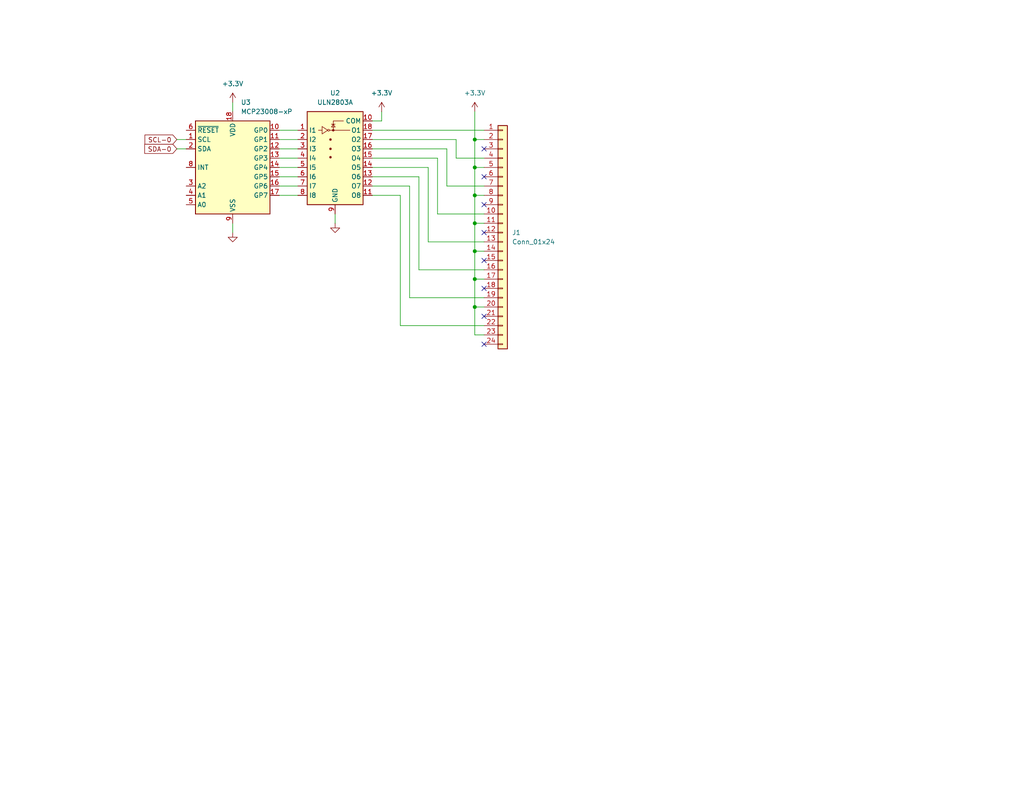
<source format=kicad_sch>
(kicad_sch (version 20231120) (generator "eeschema") (generator_version "8.0")
  (paper "USLetter")
  (title_block (company "HMS Research Instrumentation Core"))
  (lib_symbols
    (symbol "Connector_Generic:Conn_01x24" (pin_names (offset 1.016) hide)
      (property "Reference" "J" (at 0 30.48 0))
      (property "Value" "Conn_01x24" (at 0 -33.02 0))
      (symbol "Conn_01x24_1_1"
        (rectangle (start -1.27 -30.353) (end 0 -30.607) (stroke (width 0.1524)))
        (rectangle (start -1.27 -27.813) (end 0 -28.067) (stroke (width 0.1524)))
        (rectangle (start -1.27 -25.273) (end 0 -25.527) (stroke (width 0.1524)))
        (rectangle (start -1.27 -22.733) (end 0 -22.987) (stroke (width 0.1524)))
        (rectangle (start -1.27 -20.193) (end 0 -20.447) (stroke (width 0.1524)))
        (rectangle (start -1.27 -17.653) (end 0 -17.907) (stroke (width 0.1524)))
        (rectangle (start -1.27 -15.113) (end 0 -15.367) (stroke (width 0.1524)))
        (rectangle (start -1.27 -12.573) (end 0 -12.827) (stroke (width 0.1524)))
        (rectangle (start -1.27 -10.033) (end 0 -10.287) (stroke (width 0.1524)))
        (rectangle (start -1.27 -7.493) (end 0 -7.747) (stroke (width 0.1524)))
        (rectangle (start -1.27 -4.953) (end 0 -5.207) (stroke (width 0.1524)))
        (rectangle (start -1.27 -2.413) (end 0 -2.667) (stroke (width 0.1524)))
        (rectangle (start -1.27 0.127) (end 0 -0.127) (stroke (width 0.1524)))
        (rectangle (start -1.27 2.667) (end 0 2.413) (stroke (width 0.1524)))
        (rectangle (start -1.27 5.207) (end 0 4.953) (stroke (width 0.1524)))
        (rectangle (start -1.27 7.747) (end 0 7.493) (stroke (width 0.1524)))
        (rectangle (start -1.27 10.287) (end 0 10.033) (stroke (width 0.1524)))
        (rectangle (start -1.27 12.827) (end 0 12.573) (stroke (width 0.1524)))
        (rectangle (start -1.27 15.367) (end 0 15.113) (stroke (width 0.1524)))
        (rectangle (start -1.27 17.907) (end 0 17.653) (stroke (width 0.1524)))
        (rectangle (start -1.27 20.447) (end 0 20.193) (stroke (width 0.1524)))
        (rectangle (start -1.27 22.987) (end 0 22.733) (stroke (width 0.1524)))
        (rectangle (start -1.27 25.527) (end 0 25.273) (stroke (width 0.1524)))
        (rectangle (start -1.27 28.067) (end 0 27.813) (stroke (width 0.1524)))
        (rectangle (start -1.27 29.21) (end 1.27 -31.75) (stroke (width 0.254)) (fill (type background)))
        (pin passive line (at -5.08 27.94 0) (length 3.81) (name "Pin_1") (number "1"))
        (pin passive line (at -5.08 5.08 0) (length 3.81) (name "Pin_10") (number "10"))
        (pin passive line (at -5.08 2.54 0) (length 3.81) (name "Pin_11") (number "11"))
        (pin passive line (at -5.08 0 0) (length 3.81) (name "Pin_12") (number "12"))
        (pin passive line (at -5.08 -2.54 0) (length 3.81) (name "Pin_13") (number "13"))
        (pin passive line (at -5.08 -5.08 0) (length 3.81) (name "Pin_14") (number "14"))
        (pin passive line (at -5.08 -7.62 0) (length 3.81) (name "Pin_15") (number "15"))
        (pin passive line (at -5.08 -10.16 0) (length 3.81) (name "Pin_16") (number "16"))
        (pin passive line (at -5.08 -12.7 0) (length 3.81) (name "Pin_17") (number "17"))
        (pin passive line (at -5.08 -15.24 0) (length 3.81) (name "Pin_18") (number "18"))
        (pin passive line (at -5.08 -17.78 0) (length 3.81) (name "Pin_19") (number "19"))
        (pin passive line (at -5.08 25.4 0) (length 3.81) (name "Pin_2") (number "2"))
        (pin passive line (at -5.08 -20.32 0) (length 3.81) (name "Pin_20") (number "20"))
        (pin passive line (at -5.08 -22.86 0) (length 3.81) (name "Pin_21") (number "21"))
        (pin passive line (at -5.08 -25.4 0) (length 3.81) (name "Pin_22") (number "22"))
        (pin passive line (at -5.08 -27.94 0) (length 3.81) (name "Pin_23") (number "23"))
        (pin passive line (at -5.08 -30.48 0) (length 3.81) (name "Pin_24") (number "24"))
        (pin passive line (at -5.08 22.86 0) (length 3.81) (name "Pin_3") (number "3"))
        (pin passive line (at -5.08 20.32 0) (length 3.81) (name "Pin_4") (number "4"))
        (pin passive line (at -5.08 17.78 0) (length 3.81) (name "Pin_5") (number "5"))
        (pin passive line (at -5.08 15.24 0) (length 3.81) (name "Pin_6") (number "6"))
        (pin passive line (at -5.08 12.7 0) (length 3.81) (name "Pin_7") (number "7"))
        (pin passive line (at -5.08 10.16 0) (length 3.81) (name "Pin_8") (number "8"))
        (pin passive line (at -5.08 7.62 0) (length 3.81) (name "Pin_9") (number "9"))
      )
    )
    (symbol "Interface_Expansion:MCP23008-xP"
      (property "Reference" "U" (at -8.89 13.97 0))
      (property "Value" "MCP23008-xP" (at 8.89 13.97 0))
      (symbol "MCP23008-xP_0_1"
        (rectangle (start -10.16 12.7) (end 10.16 -12.7) (stroke (width 0.254)) (fill (type background)))
      )
      (symbol "MCP23008-xP_1_1"
        (pin input line (at -12.7 7.62 0) (length 2.54) (name "SCL") (number "1"))
        (pin bidirectional line (at 12.7 10.16 180) (length 2.54) (name "GP0") (number "10"))
        (pin bidirectional line (at 12.7 7.62 180) (length 2.54) (name "GP1") (number "11"))
        (pin bidirectional line (at 12.7 5.08 180) (length 2.54) (name "GP2") (number "12"))
        (pin bidirectional line (at 12.7 2.54 180) (length 2.54) (name "GP3") (number "13"))
        (pin bidirectional line (at 12.7 0 180) (length 2.54) (name "GP4") (number "14"))
        (pin bidirectional line (at 12.7 -2.54 180) (length 2.54) (name "GP5") (number "15"))
        (pin bidirectional line (at 12.7 -5.08 180) (length 2.54) (name "GP6") (number "16"))
        (pin bidirectional line (at 12.7 -7.62 180) (length 2.54) (name "GP7") (number "17"))
        (pin power_in line (at 0 15.24 270) (length 2.54) (name "VDD") (number "18"))
        (pin bidirectional line (at -12.7 5.08 0) (length 2.54) (name "SDA") (number "2"))
        (pin input line (at -12.7 -5.08 0) (length 2.54) (name "A2") (number "3"))
        (pin input line (at -12.7 -7.62 0) (length 2.54) (name "A1") (number "4"))
        (pin input line (at -12.7 -10.16 0) (length 2.54) (name "A0") (number "5"))
        (pin input line (at -12.7 10.16 0) (length 2.54) (name "~{RESET}") (number "6"))
        (pin no_connect line (at -10.16 -2.54 0) (length 2.54) hide (name "NC") (number "7"))
        (pin output line (at -12.7 0 0) (length 2.54) (name "INT") (number "8"))
        (pin power_in line (at 0 -15.24 90) (length 2.54) (name "VSS") (number "9"))
      )
    )
    (symbol "Transistor_Array:ULN2803A"
      (property "Reference" "U" (at 0 13.335 0))
      (property "Value" "ULN2803A" (at 0 11.43 0))
      (symbol "ULN2803A_0_1"
        (rectangle (start -7.62 -15.24) (end 7.62 10.16) (stroke (width 0.254)) (fill (type background)))
        (circle (center -1.778 5.08) (radius 0.254))
        (circle (center -1.27 -2.286) (radius 0.254) (fill (type outline)))
        (circle (center -1.27 0) (radius 0.254) (fill (type outline)))
        (circle (center -1.27 2.54) (radius 0.254) (fill (type outline)))
        (circle (center -0.508 5.08) (radius 0.254) (fill (type outline)))
        (polyline (pts (xy -4.572 5.08) (xy -3.556 5.08)))
        (polyline (pts (xy -1.524 5.08) (xy 4.064 5.08)))
        (polyline (pts (xy 0 6.731) (xy -1.016 6.731)))
        (polyline (pts (xy -0.508 5.08) (xy -0.508 7.62) (xy 2.286 7.62)))
        (polyline (pts (xy -3.556 6.096) (xy -3.556 4.064) (xy -2.032 5.08) (xy -3.556 6.096)))
        (polyline (pts (xy 0 5.969) (xy -1.016 5.969) (xy -0.508 6.731) (xy 0 5.969)))
      )
      (symbol "ULN2803A_1_1"
        (pin input line (at -10.16 5.08 0) (length 2.54) (name "I1") (number "1"))
        (pin passive line (at 10.16 7.62 180) (length 2.54) (name "COM") (number "10"))
        (pin open_collector line (at 10.16 -12.7 180) (length 2.54) (name "O8") (number "11"))
        (pin open_collector line (at 10.16 -10.16 180) (length 2.54) (name "O7") (number "12"))
        (pin open_collector line (at 10.16 -7.62 180) (length 2.54) (name "O6") (number "13"))
        (pin open_collector line (at 10.16 -5.08 180) (length 2.54) (name "O5") (number "14"))
        (pin open_collector line (at 10.16 -2.54 180) (length 2.54) (name "O4") (number "15"))
        (pin open_collector line (at 10.16 0 180) (length 2.54) (name "O3") (number "16"))
        (pin open_collector line (at 10.16 2.54 180) (length 2.54) (name "O2") (number "17"))
        (pin open_collector line (at 10.16 5.08 180) (length 2.54) (name "O1") (number "18"))
        (pin input line (at -10.16 2.54 0) (length 2.54) (name "I2") (number "2"))
        (pin input line (at -10.16 0 0) (length 2.54) (name "I3") (number "3"))
        (pin input line (at -10.16 -2.54 0) (length 2.54) (name "I4") (number "4"))
        (pin input line (at -10.16 -5.08 0) (length 2.54) (name "I5") (number "5"))
        (pin input line (at -10.16 -7.62 0) (length 2.54) (name "I6") (number "6"))
        (pin input line (at -10.16 -10.16 0) (length 2.54) (name "I7") (number "7"))
        (pin input line (at -10.16 -12.7 0) (length 2.54) (name "I8") (number "8"))
        (pin power_in line (at 0 -17.78 90) (length 2.54) (name "GND") (number "9"))
      )
    )
    (symbol "power:+3.3V" (power) (pin_numbers hide) (pin_names (offset 0) hide)
      (property "Value" "+3.3V" (at 0 3.556 0))
      (symbol "+3.3V_0_1"
        (polyline (pts (xy -0.762 1.27) (xy 0 2.54)))
        (polyline (pts (xy 0 0) (xy 0 2.54)))
        (polyline (pts (xy 0 2.54) (xy 0.762 1.27)))
      )
      (symbol "+3.3V_1_1"
        (pin power_in line (at 0 0 90) (length 0) (name "~") (number "1"))
      )
    )
    (symbol "power:GND" (power) (pin_numbers hide) (pin_names (offset 0) hide)
      (property "Value" "GND" (at 0 -3.81 0))
      (symbol "GND_0_1"
        (polyline (pts (xy 0 0) (xy 0 -1.27) (xy 1.27 -1.27) (xy 0 -2.54) (xy -1.27 -1.27) (xy 0 -1.27)))
      )
      (symbol "GND_1_1"
        (pin power_in line (at 0 0 270) (length 0) (name "~") (number "1"))
      )
    )
  )
  (junction (at 129.54 76.2))
  (junction (at 129.54 53.34))
  (junction (at 129.54 83.82))
  (junction (at 129.54 38.1))
  (junction (at 129.54 68.58))
  (junction (at 129.54 45.72))
  (junction (at 129.54 60.96))
  (no_connect (at 132.08 63.5))
  (no_connect (at 132.08 71.12))
  (no_connect (at 132.08 86.36))
  (no_connect (at 132.08 93.98))
  (no_connect (at 132.08 55.88))
  (no_connect (at 132.08 40.64))
  (no_connect (at 132.08 78.74))
  (no_connect (at 132.08 48.26))
  (wire (pts (xy 129.54 38.1) (xy 132.08 38.1)))
  (wire (pts (xy 132.08 76.2) (xy 129.54 76.2)))
  (wire (pts (xy 76.2 35.56) (xy 81.28 35.56)))
  (wire (pts (xy 48.26 40.64) (xy 50.8 40.64)))
  (wire (pts (xy 91.44 60.96) (xy 91.44 58.42)))
  (wire (pts (xy 121.92 50.8) (xy 121.92 40.64)))
  (wire (pts (xy 129.54 83.82) (xy 129.54 76.2)))
  (wire (pts (xy 101.6 35.56) (xy 132.08 35.56)))
  (wire (pts (xy 132.08 45.72) (xy 129.54 45.72)))
  (wire (pts (xy 132.08 68.58) (xy 129.54 68.58)))
  (wire (pts (xy 129.54 53.34) (xy 129.54 45.72)))
  (wire (pts (xy 132.08 91.44) (xy 129.54 91.44)))
  (wire (pts (xy 132.08 88.9) (xy 109.22 88.9)))
  (wire (pts (xy 111.76 81.28) (xy 111.76 50.8)))
  (wire (pts (xy 132.08 58.42) (xy 119.38 58.42)))
  (wire (pts (xy 76.2 53.34) (xy 81.28 53.34)))
  (wire (pts (xy 129.54 45.72) (xy 129.54 38.1)))
  (wire (pts (xy 111.76 50.8) (xy 101.6 50.8)))
  (wire (pts (xy 104.14 30.48) (xy 104.14 33.02)))
  (wire (pts (xy 129.54 91.44) (xy 129.54 83.82)))
  (wire (pts (xy 109.22 88.9) (xy 109.22 53.34)))
  (wire (pts (xy 129.54 76.2) (xy 129.54 68.58)))
  (wire (pts (xy 76.2 38.1) (xy 81.28 38.1)))
  (wire (pts (xy 132.08 73.66) (xy 114.3 73.66)))
  (wire (pts (xy 101.6 33.02) (xy 104.14 33.02)))
  (wire (pts (xy 129.54 60.96) (xy 129.54 53.34)))
  (wire (pts (xy 76.2 45.72) (xy 81.28 45.72)))
  (wire (pts (xy 76.2 43.18) (xy 81.28 43.18)))
  (wire (pts (xy 114.3 73.66) (xy 114.3 48.26)))
  (wire (pts (xy 63.5 27.94) (xy 63.5 30.48)))
  (wire (pts (xy 109.22 53.34) (xy 101.6 53.34)))
  (wire (pts (xy 76.2 48.26) (xy 81.28 48.26)))
  (wire (pts (xy 132.08 60.96) (xy 129.54 60.96)))
  (wire (pts (xy 129.54 68.58) (xy 129.54 60.96)))
  (wire (pts (xy 119.38 58.42) (xy 119.38 43.18)))
  (wire (pts (xy 116.84 66.04) (xy 116.84 45.72)))
  (wire (pts (xy 116.84 45.72) (xy 101.6 45.72)))
  (wire (pts (xy 132.08 50.8) (xy 121.92 50.8)))
  (wire (pts (xy 124.46 43.18) (xy 132.08 43.18)))
  (wire (pts (xy 129.54 30.48) (xy 129.54 38.1)))
  (wire (pts (xy 101.6 38.1) (xy 124.46 38.1)))
  (wire (pts (xy 124.46 38.1) (xy 124.46 43.18)))
  (wire (pts (xy 132.08 81.28) (xy 111.76 81.28)))
  (wire (pts (xy 76.2 40.64) (xy 81.28 40.64)))
  (wire (pts (xy 114.3 48.26) (xy 101.6 48.26)))
  (wire (pts (xy 121.92 40.64) (xy 101.6 40.64)))
  (wire (pts (xy 63.5 63.5) (xy 63.5 60.96)))
  (wire (pts (xy 119.38 43.18) (xy 101.6 43.18)))
  (wire (pts (xy 132.08 66.04) (xy 116.84 66.04)))
  (wire (pts (xy 76.2 50.8) (xy 81.28 50.8)))
  (wire (pts (xy 48.26 38.1) (xy 50.8 38.1)))
  (wire (pts (xy 132.08 53.34) (xy 129.54 53.34)))
  (wire (pts (xy 132.08 83.82) (xy 129.54 83.82)))
  (global_label "SDA-0" (shape input) (at 48.26 40.64 180) (property "Intersheetrefs" "${INTERSHEET_REFS}" (effects (hide yes))))
  (global_label "SCL-0" (shape input) (at 48.26 38.1 180) (property "Intersheetrefs" "${INTERSHEET_REFS}" (effects (hide yes))))
  (symbol (lib_id "power:+3.3V") (at 104.14 30.48 0) (unit 1)
    (property "Reference" "#PWR04" (effects (hide yes)))
    (property "Value" "+3.3V" (at 104.14 25.4 0))
    (property "Description" "Power symbol creates a global label with name \"+3.3V\"" (effects (hide yes)))
    (instances (project "HMS Olfactometer" (path "" (reference "#PWR04") (unit 1)) (path "" (reference "#PWR012") (unit 1)) (path "" (reference "#PWR022") (unit 1)) (path "" (reference "#PWR07") (unit 1)) (path "" (reference "#PWR027") (unit 1)) (path "" (reference "#PWR017") (unit 1))))
  )
  (symbol (lib_id "Transistor_Array:ULN2803A") (at 91.44 40.64 0) (unit 1)
    (property "Reference" "U2" (at 91.44 25.4 0))
    (property "Value" "ULN2803A" (at 91.44 27.94 0))
    (property "Datasheet" "http://www.ti.com/lit/ds/symlink/uln2803a.pdf" (effects (hide yes)))
    (property "Description" "Darlington Transistor Arrays, SOIC18/DIP18" (effects (hide yes)))
    (instances (project "HMS Olfactometer" (path "" (reference "U2") (unit 1)) (path "" (reference "U6") (unit 1)) (path "" (reference "U10") (unit 1)) (path "" (reference "U4") (unit 1)) (path "" (reference "U12") (unit 1)) (path "" (reference "U8") (unit 1))))
  )
  (symbol (lib_id "power:GND") (at 91.44 60.96 0) (unit 1)
    (property "Reference" "#PWR02" (effects (hide yes)))
    (property "Value" "GND" (effects (hide yes)))
    (property "Description" "Power symbol creates a global label with name \"GND\" , ground" (effects (hide yes)))
    (instances (project "HMS Olfactometer" (path "" (reference "#PWR02") (unit 1)) (path "" (reference "#PWR014") (unit 1)) (path "" (reference "#PWR024") (unit 1)) (path "" (reference "#PWR09") (unit 1)) (path "" (reference "#PWR029") (unit 1)) (path "" (reference "#PWR019") (unit 1))))
  )
  (symbol (lib_id "power:+3.3V") (at 63.5 27.94 0) (unit 1)
    (property "Reference" "#PWR06" (effects (hide yes)))
    (property "Value" "+3.3V" (at 63.5 22.86 0))
    (property "Description" "Power symbol creates a global label with name \"+3.3V\"" (effects (hide yes)))
    (instances (project "HMS Olfactometer" (path "" (reference "#PWR011") (unit 1)) (path "" (reference "#PWR021") (unit 1)) (path "" (reference "#PWR06") (unit 1)) (path "" (reference "#PWR026") (unit 1)) (path "" (reference "#PWR016") (unit 1))))
  )
  (symbol (lib_id "Interface_Expansion:MCP23008-xP") (at 63.5 45.72 0) (unit 1)
    (property "Reference" "U3" (at 65.6941 27.94 0) (effects (justify left)))
    (property "Value" "MCP23008-xP" (at 65.6941 30.48 0) (effects (justify left)))
    (property "Footprint" "Package_DIP:DIP-18_W7.62mm" (effects (hide yes)))
    (property "Datasheet" "http://ww1.microchip.com/downloads/en/DeviceDoc/MCP23008-MCP23S08-Data-Sheet-20001919F.pdf" (effects (hide yes)))
    (property "Description" "8-bit I/O expander, I2C, interrupts, PDIP-18" (effects (hide yes)))
    (instances (project "HMS Olfactometer" (path "" (reference "U3") (unit 1)) (path "" (reference "U7") (unit 1)) (path "" (reference "U11") (unit 1)) (path "" (reference "U5") (unit 1)) (path "" (reference "U13") (unit 1)) (path "" (reference "U9") (unit 1))))
  )
  (symbol (lib_id "power:GND") (at 63.5 63.5 0) (unit 1)
    (property "Reference" "#PWR010" (effects (hide yes)))
    (property "Value" "GND" (effects (hide yes)))
    (property "Description" "Power symbol creates a global label with name \"GND\" , ground" (effects (hide yes)))
    (instances (project "HMS Olfactometer" (path "" (reference "#PWR015") (unit 1)) (path "" (reference "#PWR025") (unit 1)) (path "" (reference "#PWR010") (unit 1)) (path "" (reference "#PWR030") (unit 1)) (path "" (reference "#PWR020") (unit 1))))
  )
  (symbol (lib_id "power:+3.3V") (at 129.54 30.48 0) (unit 1)
    (property "Reference" "#PWR05" (effects (hide yes)))
    (property "Value" "+3.3V" (at 129.54 25.4 0))
    (property "Description" "Power symbol creates a global label with name \"+3.3V\"" (effects (hide yes)))
    (instances (project "HMS Olfactometer" (path "" (reference "#PWR05") (unit 1)) (path "" (reference "#PWR013") (unit 1)) (path "" (reference "#PWR023") (unit 1)) (path "" (reference "#PWR08") (unit 1)) (path "" (reference "#PWR028") (unit 1)) (path "" (reference "#PWR018") (unit 1))))
  )
  (symbol (lib_id "Connector_Generic:Conn_01x24") (at 137.16 63.5 0) (unit 1)
    (property "Reference" "J1" (at 139.7 63.4999 0) (effects (justify left)))
    (property "Value" "Conn_01x24" (at 139.7 66.0399 0) (effects (justify left)))
    (property "Description" "Generic connector, single row, 01x24, script generated (kicad-library-utils/schlib/autogen/connector/)" (effects (hide yes)))
    (instances (project "HMS Olfactometer" (path "" (reference "J1") (unit 1)) (path "" (reference "J3") (unit 1)) (path "" (reference "J5") (unit 1)) (path "" (reference "J2") (unit 1)) (path "" (reference "J6") (unit 1)) (path "" (reference "J4") (unit 1))))
  )
)
</source>
